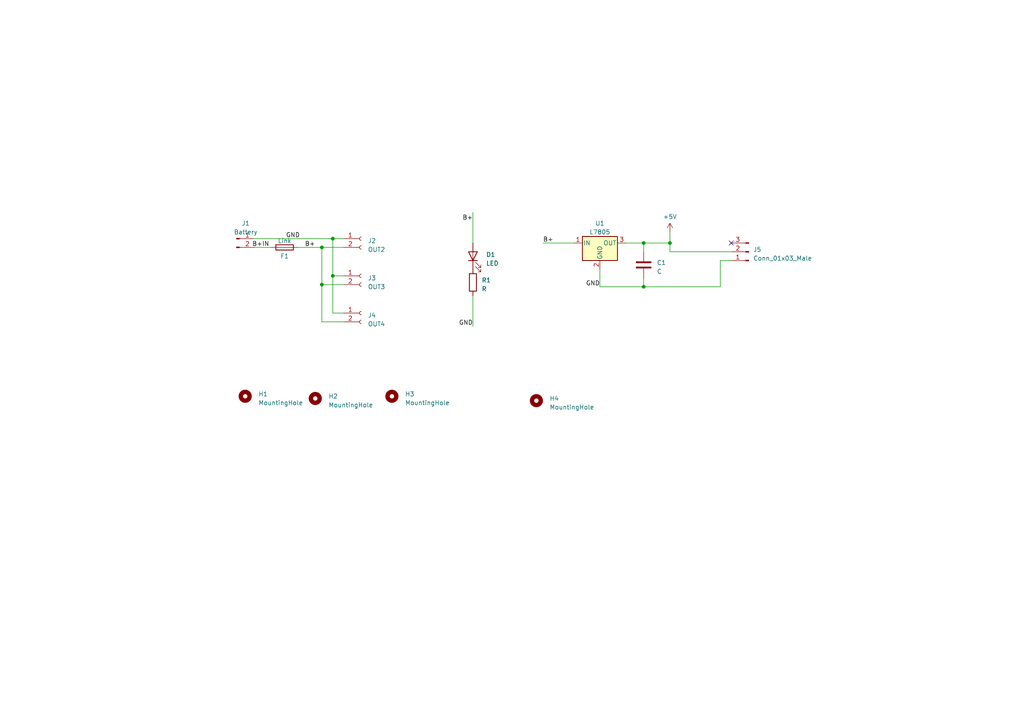
<source format=kicad_sch>
(kicad_sch (version 20210406) (generator eeschema)
  (paper "A4")
  (title_block (title "Beetleweight Power Distribution") (date "2021-05-20") (company "Mark Robson"))
  (lib_symbols
    (symbol "Connector:Conn_01x02_Female" (pin_names (offset 1.016) hide)
      (property "Reference" "J" (at 0 2.54 0))
      (property "Value" "Conn_01x02_Female" (at 0 -5.08 0))
      (symbol "Conn_01x02_Female_1_1"
        (arc (start 0 -2.032) (end 0 -3.048) (radius (at 0 -2.54) (length 0.508) (angles 90.1 -90.1)) (stroke (width 0.1524)))
        (arc (start 0 0.508) (end 0 -0.508) (radius (at 0 0) (length 0.508) (angles 90.1 -90.1)) (stroke (width 0.1524)))
        (polyline (pts (xy -1.27 -2.54) (xy -0.508 -2.54)) (stroke (width 0.1524)))
        (polyline (pts (xy -1.27 0) (xy -0.508 0)) (stroke (width 0.1524)))
        (pin passive line (at -5.08 0 0) (length 3.81) (name "Pin_1") (number "1"))
        (pin passive line (at -5.08 -2.54 0) (length 3.81) (name "Pin_2") (number "2"))
      )
    )
    (symbol "Connector:Conn_01x02_Male" (pin_names (offset 1.016) hide)
      (property "Reference" "J" (at 0 2.54 0))
      (property "Value" "Conn_01x02_Male" (at 0 -5.08 0))
      (symbol "Conn_01x02_Male_1_1"
        (rectangle (start 0.8636 -2.413) (end 0 -2.667) (stroke (width 0.1524)) (fill (type outline)))
        (rectangle (start 0.8636 0.127) (end 0 -0.127) (stroke (width 0.1524)) (fill (type outline)))
        (polyline (pts (xy 1.27 -2.54) (xy 0.8636 -2.54)) (stroke (width 0.1524)))
        (polyline (pts (xy 1.27 0) (xy 0.8636 0)) (stroke (width 0.1524)))
        (pin passive line (at 5.08 0 180) (length 3.81) (name "Pin_1") (number "1"))
        (pin passive line (at 5.08 -2.54 180) (length 3.81) (name "Pin_2") (number "2"))
      )
    )
    (symbol "Connector:Conn_01x03_Male" (pin_names (offset 1.016) hide)
      (property "Reference" "J" (at 0 5.08 0))
      (property "Value" "Conn_01x03_Male" (at 0 -5.08 0))
      (symbol "Conn_01x03_Male_1_1"
        (rectangle (start 0.8636 -2.413) (end 0 -2.667) (stroke (width 0.1524)) (fill (type outline)))
        (rectangle (start 0.8636 0.127) (end 0 -0.127) (stroke (width 0.1524)) (fill (type outline)))
        (rectangle (start 0.8636 2.667) (end 0 2.413) (stroke (width 0.1524)) (fill (type outline)))
        (polyline (pts (xy 1.27 -2.54) (xy 0.8636 -2.54)) (stroke (width 0.1524)))
        (polyline (pts (xy 1.27 0) (xy 0.8636 0)) (stroke (width 0.1524)))
        (polyline (pts (xy 1.27 2.54) (xy 0.8636 2.54)) (stroke (width 0.1524)))
        (pin passive line (at 5.08 2.54 180) (length 3.81) (name "Pin_1") (number "1"))
        (pin passive line (at 5.08 0 180) (length 3.81) (name "Pin_2") (number "2"))
        (pin passive line (at 5.08 -2.54 180) (length 3.81) (name "Pin_3") (number "3"))
      )
    )
    (symbol "Device:C" (pin_numbers hide) (pin_names (offset 0.254))
      (property "Reference" "C" (at 0.635 2.54 0))
      (property "Value" "C" (at 0.635 -2.54 0))
      (symbol "C_0_1"
        (polyline (pts (xy -2.032 -0.762) (xy 2.032 -0.762)) (stroke (width 0.508)))
        (polyline (pts (xy -2.032 0.762) (xy 2.032 0.762)) (stroke (width 0.508)))
      )
      (symbol "C_1_1"
        (pin passive line (at 0 3.81 270) (length 2.794) (name "~") (number "1"))
        (pin passive line (at 0 -3.81 90) (length 2.794) (name "~") (number "2"))
      )
    )
    (symbol "Device:Fuse" (pin_numbers hide) (pin_names (offset 0))
      (property "Reference" "F" (at 2.032 0 90))
      (property "Value" "Fuse" (at -1.905 0 90))
      (symbol "Fuse_0_1"
        (rectangle (start -0.762 -2.54) (end 0.762 2.54) (stroke (width 0.254)))
        (polyline (pts (xy 0 2.54) (xy 0 -2.54)))
      )
      (symbol "Fuse_1_1"
        (pin passive line (at 0 3.81 270) (length 1.27) (name "~") (number "1"))
        (pin passive line (at 0 -3.81 90) (length 1.27) (name "~") (number "2"))
      )
    )
    (symbol "Device:LED" (pin_numbers hide) (pin_names (offset 1.016) hide)
      (property "Reference" "D" (at 0 2.54 0))
      (property "Value" "LED" (at 0 -2.54 0))
      (symbol "LED_0_1"
        (polyline (pts (xy -1.27 -1.27) (xy -1.27 1.27)) (stroke (width 0.254)))
        (polyline (pts (xy -1.27 0) (xy 1.27 0)))
        (polyline (pts (xy 1.27 -1.27) (xy 1.27 1.27) (xy -1.27 0) (xy 1.27 -1.27)) (stroke (width 0.254)))
        (polyline (pts (xy -3.048 -0.762) (xy -4.572 -2.286) (xy -3.81 -2.286) (xy -4.572 -2.286) (xy -4.572 -1.524)))
        (polyline (pts (xy -1.778 -0.762) (xy -3.302 -2.286) (xy -2.54 -2.286) (xy -3.302 -2.286) (xy -3.302 -1.524)))
      )
      (symbol "LED_1_1"
        (pin passive line (at -3.81 0 0) (length 2.54) (name "K") (number "1"))
        (pin passive line (at 3.81 0 180) (length 2.54) (name "A") (number "2"))
      )
    )
    (symbol "Device:R" (pin_numbers hide) (pin_names (offset 0))
      (property "Reference" "R" (at 2.032 0 90))
      (property "Value" "R" (at 0 0 90))
      (symbol "R_0_1"
        (rectangle (start -1.016 -2.54) (end 1.016 2.54) (stroke (width 0.254)))
      )
      (symbol "R_1_1"
        (pin passive line (at 0 3.81 270) (length 1.27) (name "~") (number "1"))
        (pin passive line (at 0 -3.81 90) (length 1.27) (name "~") (number "2"))
      )
    )
    (symbol "Mechanical:MountingHole" (pin_names (offset 1.016))
      (property "Reference" "H" (at 0 5.08 0))
      (property "Value" "MountingHole" (at 0 3.175 0))
      (symbol "MountingHole_0_1"
        (circle (center 0 0) (radius 1.27) (stroke (width 1.27)))
      )
    )
    (symbol "Regulator_Linear:L7805" (pin_names (offset 0.254))
      (property "Reference" "U" (at -3.81 3.175 0))
      (property "Value" "L7805" (at 0 3.175 0))
      (symbol "L7805_0_1"
        (rectangle (start -5.08 1.905) (end 5.08 -5.08) (stroke (width 0.254)) (fill (type background)))
      )
      (symbol "L7805_1_1"
        (pin power_in line (at -7.62 0 0) (length 2.54) (name "IN") (number "1"))
        (pin power_in line (at 0 -7.62 90) (length 2.54) (name "GND") (number "2"))
        (pin power_out line (at 7.62 0 180) (length 2.54) (name "OUT") (number "3"))
      )
    )
    (symbol "power:+5V" (power) (pin_names (offset 0))
      (property "Value" "+5V" (at 0 3.556 0))
      (symbol "+5V_0_1"
        (polyline (pts (xy -0.762 1.27) (xy 0 2.54)))
        (polyline (pts (xy 0 0) (xy 0 2.54)))
        (polyline (pts (xy 0 2.54) (xy 0.762 1.27)))
      )
      (symbol "+5V_1_1"
        (pin power_in line (at 0 0 90) (length 0) hide (name "+5V") (number "1"))
      )
    )
  )
  (junction (at 93.345 71.755) (diameter 0.9144))
  (junction (at 93.345 82.55) (diameter 0.9144))
  (junction (at 96.52 69.215) (diameter 0.9144))
  (junction (at 96.52 80.01) (diameter 0.9144))
  (junction (at 186.69 70.485) (diameter 0.9144))
  (junction (at 186.69 83.185) (diameter 0.9144))
  (junction (at 194.31 70.485) (diameter 0.9144))
  (no_connect (at 212.09 70.485))
  (wire (pts (xy 73.66 69.215) (xy 96.52 69.215)))
  (wire (pts (xy 73.66 71.755) (xy 78.74 71.755)))
  (wire (pts (xy 86.36 71.755) (xy 93.345 71.755)))
  (wire (pts (xy 93.345 71.755) (xy 99.695 71.755)) (stroke (width 0.1524)))
  (wire (pts (xy 93.345 82.55) (xy 93.345 71.755)))
  (wire (pts (xy 93.345 93.345) (xy 93.345 82.55)))
  (wire (pts (xy 96.52 69.215) (xy 99.695 69.215)))
  (wire (pts (xy 96.52 80.01) (xy 96.52 69.215)))
  (wire (pts (xy 96.52 90.805) (xy 96.52 80.01)))
  (wire (pts (xy 99.695 80.01) (xy 96.52 80.01)))
  (wire (pts (xy 99.695 82.55) (xy 93.345 82.55)))
  (wire (pts (xy 99.695 90.805) (xy 96.52 90.805)))
  (wire (pts (xy 99.695 93.345) (xy 93.345 93.345)))
  (wire (pts (xy 137.16 70.485) (xy 137.16 61.595)))
  (wire (pts (xy 137.16 85.725) (xy 137.16 94.615)))
  (wire (pts (xy 157.48 70.485) (xy 166.37 70.485)))
  (wire (pts (xy 173.99 78.105) (xy 173.99 83.185)))
  (wire (pts (xy 173.99 83.185) (xy 186.69 83.185)))
  (wire (pts (xy 181.61 70.485) (xy 186.69 70.485)))
  (wire (pts (xy 186.69 70.485) (xy 186.69 73.025)))
  (wire (pts (xy 186.69 70.485) (xy 194.31 70.485)))
  (wire (pts (xy 186.69 80.645) (xy 186.69 83.185)))
  (wire (pts (xy 186.69 83.185) (xy 208.915 83.185)))
  (wire (pts (xy 194.31 67.31) (xy 194.31 70.485)))
  (wire (pts (xy 194.31 73.025) (xy 194.31 70.485)))
  (wire (pts (xy 208.915 75.565) (xy 212.09 75.565)))
  (wire (pts (xy 208.915 83.185) (xy 208.915 75.565)))
  (wire (pts (xy 212.09 73.025) (xy 194.31 73.025)))
  (label "B+IN" (at 78.105 71.755 180))
  (label "GND" (at 86.995 69.215 180))
  (label "B+" (at 91.44 71.755 180))
  (label "B+" (at 137.16 64.135 180))
  (label "GND" (at 137.16 94.615 180))
  (label "B+" (at 157.48 70.485 0))
  (label "GND" (at 173.99 83.185 180))
  (symbol (lib_id "power:+5V") (at 194.31 67.31 0) (unit 1)
    (property "Reference" "#PWR01" (effects hide))
    (property "Value" "+5V" (at 194.31 62.865 0))
  )
  (symbol (lib_id "Mechanical:MountingHole") (at 71.12 114.935 0) (unit 1)
    (property "Reference" "H1" (at 74.93 114.2999 0) (effects (justify left)))
    (property "Value" "MountingHole" (at 74.93 116.8399 0) (effects (justify left)))
    (property "Footprint" "MountingHole:MountingHole_3.2mm_M3" (effects hide))
  )
  (symbol (lib_id "Mechanical:MountingHole") (at 91.44 115.57 0) (unit 1)
    (property "Reference" "H2" (at 95.25 114.9349 0) (effects (justify left)))
    (property "Value" "MountingHole" (at 95.25 117.4749 0) (effects (justify left)))
    (property "Footprint" "MountingHole:MountingHole_3.2mm_M3" (effects hide))
  )
  (symbol (lib_id "Mechanical:MountingHole") (at 113.665 114.935 0) (unit 1)
    (property "Reference" "H3" (at 117.475 114.2999 0) (effects (justify left)))
    (property "Value" "MountingHole" (at 117.475 116.8399 0) (effects (justify left)))
    (property "Footprint" "MountingHole:MountingHole_3.2mm_M3" (effects hide))
  )
  (symbol (lib_id "Mechanical:MountingHole") (at 155.575 116.205 0) (unit 1)
    (property "Reference" "H4" (at 159.385 115.5699 0) (effects (justify left)))
    (property "Value" "MountingHole" (at 159.385 118.1099 0) (effects (justify left)))
    (property "Footprint" "MountingHole:MountingHole_3.2mm_M3" (effects hide))
  )
  (symbol (lib_id "Device:Fuse") (at 82.55 71.755 90) (unit 1)
    (property "Reference" "F1" (at 82.55 74.295 90))
    (property "Value" "Link" (at 82.55 69.85 90))
    (property "Footprint" "beetlepower-xt30:XT30U-M" (effects hide))
  )
  (symbol (lib_id "Connector:Conn_01x02_Male") (at 68.58 69.215 0) (unit 1)
    (property "Reference" "J1" (at 71.2724 64.77 0))
    (property "Value" "Battery" (at 71.2724 67.31 0))
    (property "Footprint" "beetlepower-xt30:XT30U-M" (effects hide))
  )
  (symbol (lib_id "Device:R") (at 137.16 81.915 0) (unit 1)
    (property "Reference" "R1" (at 139.7 81.2799 0) (effects (justify left)))
    (property "Value" "R" (at 139.7 83.8199 0) (effects (justify left)))
    (property "Footprint" "Resistor_THT:R_Axial_DIN0207_L6.3mm_D2.5mm_P10.16mm_Horizontal" (effects hide))
  )
  (symbol (lib_id "Connector:Conn_01x02_Female") (at 104.775 69.215 0) (unit 1)
    (property "Reference" "J2" (at 106.68 69.8499 0) (effects (justify left)))
    (property "Value" "OUT2" (at 106.68 72.3899 0) (effects (justify left)))
    (property "Footprint" "beetlepower-xt30:XT30U-F" (effects hide))
  )
  (symbol (lib_id "Connector:Conn_01x02_Female") (at 104.775 80.01 0) (unit 1)
    (property "Reference" "J3" (at 106.68 80.6449 0) (effects (justify left)))
    (property "Value" "OUT3" (at 106.68 83.1849 0) (effects (justify left)))
    (property "Footprint" "beetlepower-xt30:XT30U-F" (effects hide))
  )
  (symbol (lib_id "Connector:Conn_01x02_Female") (at 104.775 90.805 0) (unit 1)
    (property "Reference" "J4" (at 106.68 91.4399 0) (effects (justify left)))
    (property "Value" "OUT4" (at 106.68 93.9799 0) (effects (justify left)))
    (property "Footprint" "beetlepower-xt30:XT30U-F" (effects hide))
  )
  (symbol (lib_id "Device:LED") (at 137.16 74.295 90) (unit 1)
    (property "Reference" "D1" (at 140.97 73.8504 90) (effects (justify right)))
    (property "Value" "LED" (at 140.97 76.3904 90) (effects (justify right)))
    (property "Footprint" "LED_THT:LED_D5.0mm" (effects hide))
  )
  (symbol (lib_id "Connector:Conn_01x03_Male") (at 217.17 73.025 180) (unit 1)
    (property "Reference" "J5" (at 218.44 72.3899 0) (effects (justify right)))
    (property "Value" "Conn_01x03_Male" (at 218.44 74.9299 0) (effects (justify right)))
    (property "Footprint" "Connector_PinHeader_2.54mm:PinHeader_1x03_P2.54mm_Vertical" (effects hide))
  )
  (symbol (lib_id "Device:C") (at 186.69 76.835 0) (unit 1)
    (property "Reference" "C1" (at 190.5 76.1999 0) (effects (justify left)))
    (property "Value" "C" (at 190.5 78.7399 0) (effects (justify left)))
    (property "Footprint" "Capacitor_THT:C_Disc_D7.0mm_W2.5mm_P5.00mm" (effects hide))
  )
  (symbol (lib_id "Regulator_Linear:L7805") (at 173.99 70.485 0) (unit 1)
    (property "Reference" "U1" (at 173.99 64.77 0))
    (property "Value" "L7805" (at 173.99 67.31 0))
    (property "Footprint" "Package_TO_SOT_THT:TO-220-3_Vertical" (effects hide))
    (property "Datasheet" "http://www.st.com/content/ccc/resource/technical/document/datasheet/41/4f/b3/b0/12/d4/47/88/CD00000444.pdf/files/CD00000444.pdf/jcr:content/translations/en.CD00000444.pdf" (effects hide))
  )
)
</source>
